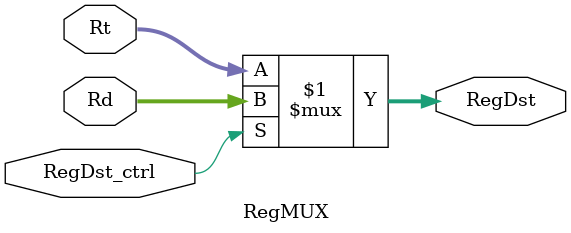
<source format=v>
module RegMUX(
    // Outputs
    output [4:0] RegDst,
    // Inputs
    input [4:0] Rt,
    input [4:0] Rd,
    input RegDst_ctrl
);

    assign RegDst = (RegDst_ctrl) ? Rd : Rt;

endmodule

</source>
